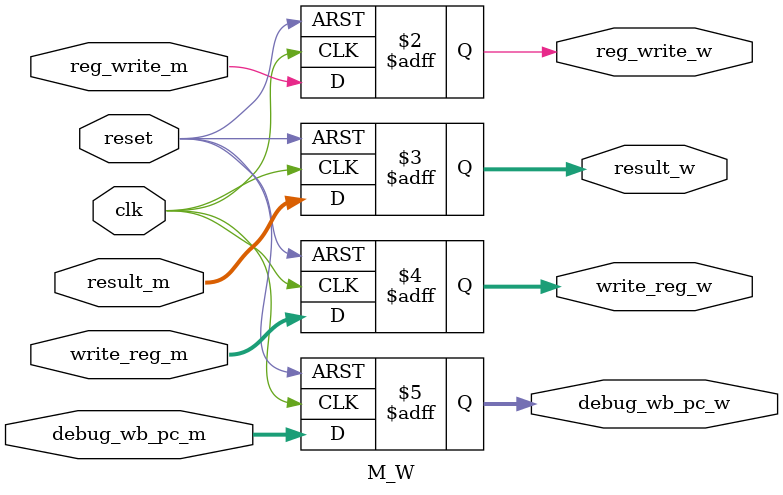
<source format=v>
`timescale 1ns / 1ps


module M_W(
    input wire clk,
    input wire reset,
    input wire reg_write_m,
    input wire [31:0]result_m,
    input wire [4:0]write_reg_m,
    output reg reg_write_w,
    output reg [31:0]result_w,
    output reg [4:0]write_reg_w,
    
    input wire [31:0]debug_wb_pc_m,
    output reg [31:0]debug_wb_pc_w
    );
//    initial begin
//        reg_write_w <= 0;
//        result_w <= 0;
//        write_reg_w <= 0;
//    end
    always@(posedge clk or posedge reset) begin
        if(reset) begin
            reg_write_w <= 0;
            result_w <= 0;
            write_reg_w <= 0;
            debug_wb_pc_w<=0;
        end
        else begin
            reg_write_w <= reg_write_m;
            result_w <= result_m;
            write_reg_w <= write_reg_m;
            debug_wb_pc_w<=debug_wb_pc_m;
        end
    end
endmodule

</source>
